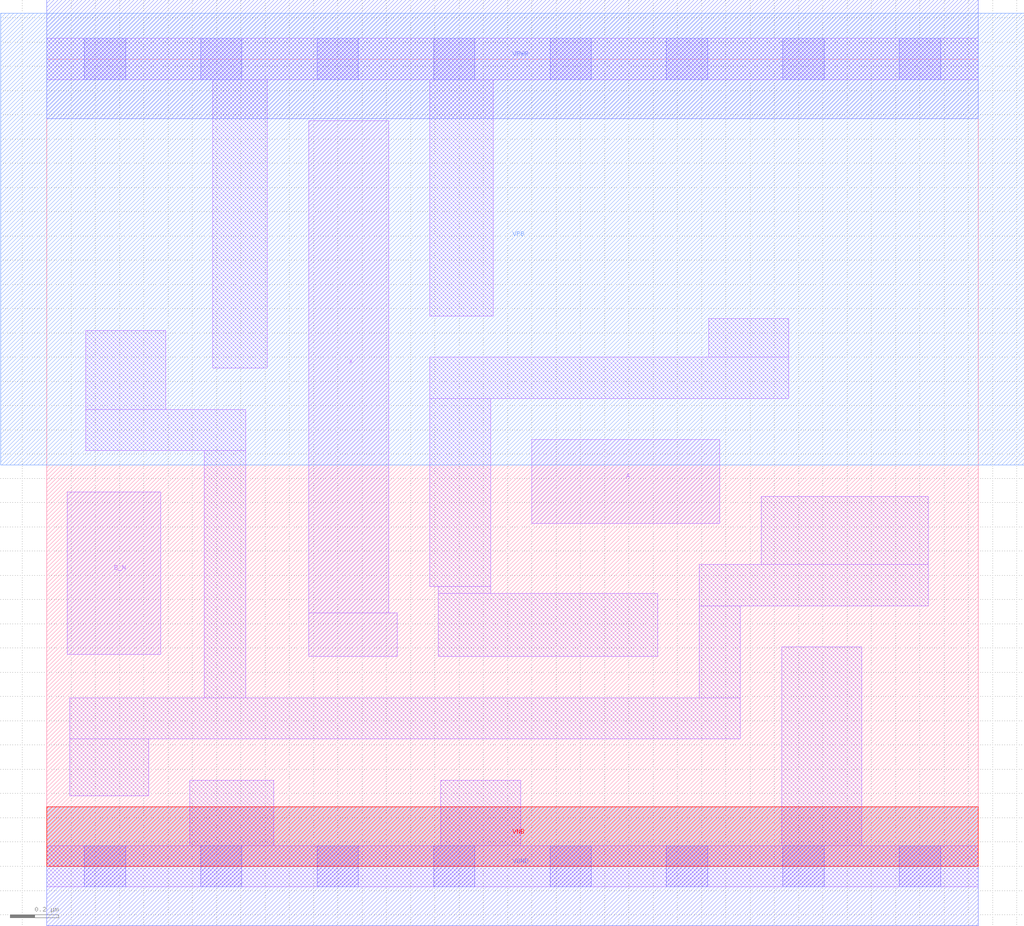
<source format=lef>
# Copyright 2020 The SkyWater PDK Authors
#
# Licensed under the Apache License, Version 2.0 (the "License");
# you may not use this file except in compliance with the License.
# You may obtain a copy of the License at
#
#     https://www.apache.org/licenses/LICENSE-2.0
#
# Unless required by applicable law or agreed to in writing, software
# distributed under the License is distributed on an "AS IS" BASIS,
# WITHOUT WARRANTIES OR CONDITIONS OF ANY KIND, either express or implied.
# See the License for the specific language governing permissions and
# limitations under the License.
#
# SPDX-License-Identifier: Apache-2.0

VERSION 5.7 ;
  NOWIREEXTENSIONATPIN ON ;
  DIVIDERCHAR "/" ;
  BUSBITCHARS "[]" ;
MACRO sky130_fd_sc_lp__or2b_2
  CLASS CORE ;
  FOREIGN sky130_fd_sc_lp__or2b_2 ;
  ORIGIN  0.000000  0.000000 ;
  SIZE  3.840000 BY  3.330000 ;
  SYMMETRY X Y R90 ;
  SITE unit ;
  PIN A
    ANTENNAGATEAREA  0.126000 ;
    DIRECTION INPUT ;
    USE SIGNAL ;
    PORT
      LAYER li1 ;
        RECT 2.000000 1.415000 2.775000 1.760000 ;
    END
  END A
  PIN B_N
    ANTENNAGATEAREA  0.126000 ;
    DIRECTION INPUT ;
    USE SIGNAL ;
    PORT
      LAYER li1 ;
        RECT 0.085000 0.875000 0.470000 1.545000 ;
    END
  END B_N
  PIN X
    ANTENNADIFFAREA  0.588000 ;
    DIRECTION OUTPUT ;
    USE SIGNAL ;
    PORT
      LAYER li1 ;
        RECT 1.080000 0.865000 1.445000 1.045000 ;
        RECT 1.080000 1.045000 1.410000 3.075000 ;
    END
  END X
  PIN VGND
    DIRECTION INOUT ;
    USE GROUND ;
    PORT
      LAYER met1 ;
        RECT 0.000000 -0.245000 3.840000 0.245000 ;
    END
  END VGND
  PIN VNB
    DIRECTION INOUT ;
    USE GROUND ;
    PORT
      LAYER pwell ;
        RECT 0.000000 0.000000 3.840000 0.245000 ;
    END
  END VNB
  PIN VPB
    DIRECTION INOUT ;
    USE POWER ;
    PORT
      LAYER nwell ;
        RECT -0.190000 1.655000 4.030000 3.520000 ;
    END
  END VPB
  PIN VPWR
    DIRECTION INOUT ;
    USE POWER ;
    PORT
      LAYER met1 ;
        RECT 0.000000 3.085000 3.840000 3.575000 ;
    END
  END VPWR
  OBS
    LAYER li1 ;
      RECT 0.000000 -0.085000 3.840000 0.085000 ;
      RECT 0.000000  3.245000 3.840000 3.415000 ;
      RECT 0.095000  0.290000 0.420000 0.525000 ;
      RECT 0.095000  0.525000 2.860000 0.695000 ;
      RECT 0.160000  1.715000 0.820000 1.885000 ;
      RECT 0.160000  1.885000 0.490000 2.210000 ;
      RECT 0.590000  0.085000 0.935000 0.355000 ;
      RECT 0.650000  0.695000 0.820000 1.715000 ;
      RECT 0.685000  2.055000 0.910000 3.245000 ;
      RECT 1.580000  1.155000 1.830000 1.930000 ;
      RECT 1.580000  1.930000 3.060000 2.100000 ;
      RECT 1.580000  2.270000 1.840000 3.245000 ;
      RECT 1.615000  0.865000 2.520000 1.125000 ;
      RECT 1.615000  1.125000 1.830000 1.155000 ;
      RECT 1.625000  0.085000 1.955000 0.355000 ;
      RECT 2.690000  0.695000 2.860000 1.075000 ;
      RECT 2.690000  1.075000 3.635000 1.245000 ;
      RECT 2.730000  2.100000 3.060000 2.260000 ;
      RECT 2.945000  1.245000 3.635000 1.525000 ;
      RECT 3.030000  0.085000 3.360000 0.905000 ;
    LAYER mcon ;
      RECT 0.155000 -0.085000 0.325000 0.085000 ;
      RECT 0.155000  3.245000 0.325000 3.415000 ;
      RECT 0.635000 -0.085000 0.805000 0.085000 ;
      RECT 0.635000  3.245000 0.805000 3.415000 ;
      RECT 1.115000 -0.085000 1.285000 0.085000 ;
      RECT 1.115000  3.245000 1.285000 3.415000 ;
      RECT 1.595000 -0.085000 1.765000 0.085000 ;
      RECT 1.595000  3.245000 1.765000 3.415000 ;
      RECT 2.075000 -0.085000 2.245000 0.085000 ;
      RECT 2.075000  3.245000 2.245000 3.415000 ;
      RECT 2.555000 -0.085000 2.725000 0.085000 ;
      RECT 2.555000  3.245000 2.725000 3.415000 ;
      RECT 3.035000 -0.085000 3.205000 0.085000 ;
      RECT 3.035000  3.245000 3.205000 3.415000 ;
      RECT 3.515000 -0.085000 3.685000 0.085000 ;
      RECT 3.515000  3.245000 3.685000 3.415000 ;
  END
END sky130_fd_sc_lp__or2b_2
END LIBRARY

</source>
